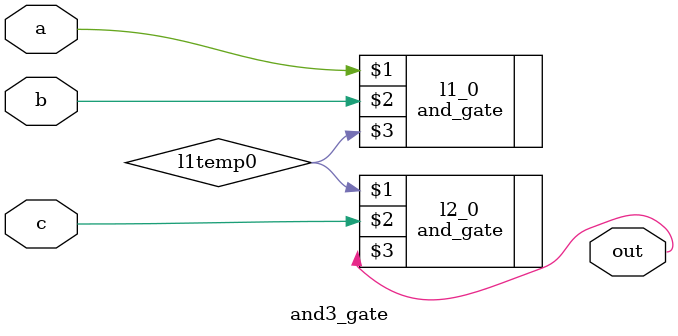
<source format=v>
`timescale 1ns/10ps

`include "../lib/and_gate.v"

module and3_gate(a, b, c, out);

	//inuts
	input a, b, c;

	//output
	output out;

	//wires
	wire l1temp0;

  	and_gate l1_0(a, b, l1temp0);

  	and_gate l2_0(l1temp0, c, out);
endmodule
</source>
